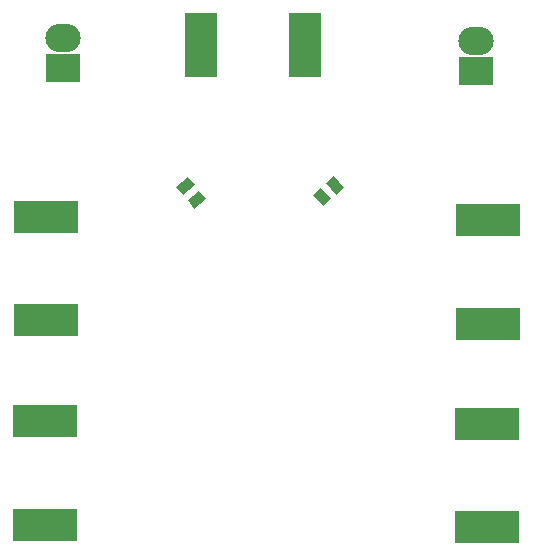
<source format=gbs>
%TF.GenerationSoftware,KiCad,Pcbnew,(2017-10-17 revision 537804b)-master*%
%TF.CreationDate,2018-09-04T11:21:01+02:00*%
%TF.ProjectId,rf_matching,72665F6D61746368696E672E6B696361,rev?*%
%TF.SameCoordinates,Original*%
%TF.FileFunction,Soldermask,Bot*%
%TF.FilePolarity,Negative*%
%FSLAX46Y46*%
G04 Gerber Fmt 4.6, Leading zero omitted, Abs format (unit mm)*
G04 Created by KiCad (PCBNEW (2017-10-17 revision 537804b)-master) date Tuesday, 04 September 2018 'AMt' 11:21:01*
%MOMM*%
%LPD*%
G01*
G04 APERTURE LIST*
%ADD10R,3.000000X2.400000*%
%ADD11O,3.000000X2.400000*%
%ADD12C,0.900000*%
%ADD13C,0.100000*%
%ADD14R,5.480000X2.820000*%
%ADD15R,2.820000X5.480000*%
G04 APERTURE END LIST*
D10*
%TO.C,J3*%
X184450000Y-77550000D03*
D11*
X184450000Y-75010000D03*
%TD*%
%TO.C,J5*%
X149475000Y-74810000D03*
D10*
X149475000Y-77350000D03*
%TD*%
D12*
%TO.C,R1*%
X159867909Y-87300467D03*
D13*
G36*
X160655092Y-87227375D02*
X159659235Y-88062999D01*
X159080726Y-87373559D01*
X160076583Y-86537935D01*
X160655092Y-87227375D01*
X160655092Y-87227375D01*
G37*
D12*
X160832091Y-88449533D03*
D13*
G36*
X161619274Y-88376441D02*
X160623417Y-89212065D01*
X160044908Y-88522625D01*
X161040765Y-87687001D01*
X161619274Y-88376441D01*
X161619274Y-88376441D01*
G37*
%TD*%
D12*
%TO.C,R2*%
X172549533Y-87267909D03*
D13*
G36*
X172476441Y-86480726D02*
X173312065Y-87476583D01*
X172622625Y-88055092D01*
X171787001Y-87059235D01*
X172476441Y-86480726D01*
X172476441Y-86480726D01*
G37*
D12*
X171400467Y-88232091D03*
D13*
G36*
X171327375Y-87444908D02*
X172162999Y-88440765D01*
X171473559Y-89019274D01*
X170637935Y-88023417D01*
X171327375Y-87444908D01*
X171327375Y-87444908D01*
G37*
%TD*%
D14*
%TO.C,J1*%
X148080000Y-89920000D03*
X148080000Y-98680000D03*
%TD*%
%TO.C,J2*%
X185520000Y-90220000D03*
X185520000Y-98980000D03*
%TD*%
D15*
%TO.C,J4*%
X169980000Y-75380000D03*
X161220000Y-75380000D03*
%TD*%
D14*
%TO.C,J6*%
X185420000Y-116180000D03*
X185420000Y-107420000D03*
%TD*%
%TO.C,J7*%
X147980000Y-115980000D03*
X147980000Y-107220000D03*
%TD*%
M02*

</source>
